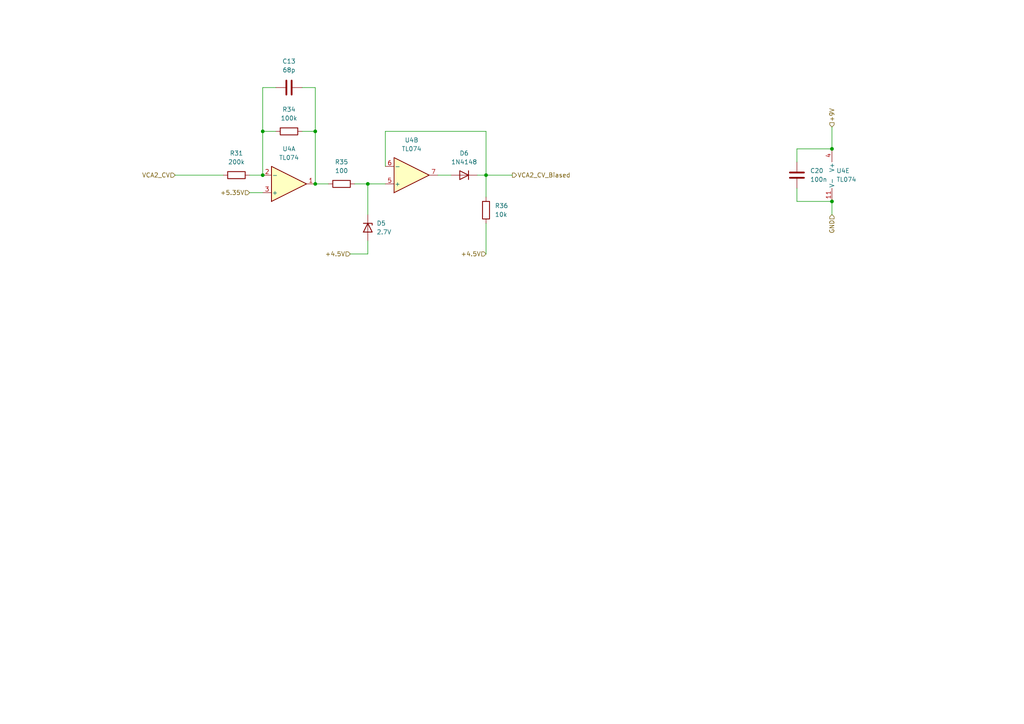
<source format=kicad_sch>
(kicad_sch (version 20211123) (generator eeschema)
  (paper "A4")
  (lib_symbols
    (symbol "Amplifier_Operational:TL074" (pin_names (offset 0.127))
      (property "Reference" "U" (at 0 5.08 0))
      (property "Value" "TL074" (at 0 -5.08 0))
      (symbol "TL074_1_1"
        (polyline (pts (xy -5.08 5.08) (xy 5.08 0) (xy -5.08 -5.08) (xy -5.08 5.08)) (stroke (width 0.254)) (fill (type background)))
        (pin output line (at 7.62 0 180) (length 2.54) (name "~") (number "1"))
        (pin input line (at -7.62 -2.54 0) (length 2.54) (name "-") (number "2"))
        (pin input line (at -7.62 2.54 0) (length 2.54) (name "+") (number "3"))
      )
      (symbol "TL074_2_1"
        (polyline (pts (xy -5.08 5.08) (xy 5.08 0) (xy -5.08 -5.08) (xy -5.08 5.08)) (stroke (width 0.254)) (fill (type background)))
        (pin input line (at -7.62 2.54 0) (length 2.54) (name "+") (number "5"))
        (pin input line (at -7.62 -2.54 0) (length 2.54) (name "-") (number "6"))
        (pin output line (at 7.62 0 180) (length 2.54) (name "~") (number "7"))
      )
      (symbol "TL074_3_1"
        (polyline (pts (xy -5.08 5.08) (xy 5.08 0) (xy -5.08 -5.08) (xy -5.08 5.08)) (stroke (width 0.254)) (fill (type background)))
        (pin input line (at -7.62 2.54 0) (length 2.54) (name "+") (number "10"))
        (pin output line (at 7.62 0 180) (length 2.54) (name "~") (number "8"))
        (pin input line (at -7.62 -2.54 0) (length 2.54) (name "-") (number "9"))
      )
      (symbol "TL074_4_1"
        (polyline (pts (xy -5.08 5.08) (xy 5.08 0) (xy -5.08 -5.08) (xy -5.08 5.08)) (stroke (width 0.254)) (fill (type background)))
        (pin input line (at -7.62 2.54 0) (length 2.54) (name "+") (number "12"))
        (pin input line (at -7.62 -2.54 0) (length 2.54) (name "-") (number "13"))
        (pin output line (at 7.62 0 180) (length 2.54) (name "~") (number "14"))
      )
      (symbol "TL074_5_1"
        (pin power_in line (at -2.54 -7.62 90) (length 3.81) (name "V-") (number "11"))
        (pin power_in line (at -2.54 7.62 270) (length 3.81) (name "V+") (number "4"))
      )
    )
    (symbol "Device:C" (pin_numbers hide) (pin_names (offset 0.254))
      (property "Reference" "C" (at 0.635 2.54 0))
      (property "Value" "C" (at 0.635 -2.54 0))
      (symbol "C_0_1"
        (polyline (pts (xy -2.032 -0.762) (xy 2.032 -0.762)) (stroke (width 0.508)))
        (polyline (pts (xy -2.032 0.762) (xy 2.032 0.762)) (stroke (width 0.508)))
      )
      (symbol "C_1_1"
        (pin passive line (at 0 3.81 270) (length 2.794) (name "~") (number "1"))
        (pin passive line (at 0 -3.81 90) (length 2.794) (name "~") (number "2"))
      )
    )
    (symbol "Device:D" (pin_numbers hide) (pin_names (offset 1.016) hide)
      (property "Reference" "D" (at 0 2.54 0))
      (property "Value" "D" (at 0 -2.54 0))
      (symbol "D_0_1"
        (polyline (pts (xy -1.27 1.27) (xy -1.27 -1.27)) (stroke (width 0.254)))
        (polyline (pts (xy 1.27 0) (xy -1.27 0)))
        (polyline (pts (xy 1.27 1.27) (xy 1.27 -1.27) (xy -1.27 0) (xy 1.27 1.27)) (stroke (width 0.254)))
      )
      (symbol "D_1_1"
        (pin passive line (at -3.81 0 0) (length 2.54) (name "K") (number "1"))
        (pin passive line (at 3.81 0 180) (length 2.54) (name "A") (number "2"))
      )
    )
    (symbol "Device:D_Zener" (pin_numbers hide) (pin_names (offset 1.016) hide)
      (property "Reference" "D" (at 0 2.54 0))
      (property "Value" "D_Zener" (at 0 -2.54 0))
      (symbol "D_Zener_0_1"
        (polyline (pts (xy 1.27 0) (xy -1.27 0)))
        (polyline (pts (xy -1.27 -1.27) (xy -1.27 1.27) (xy -0.762 1.27)) (stroke (width 0.254)))
        (polyline (pts (xy 1.27 -1.27) (xy 1.27 1.27) (xy -1.27 0) (xy 1.27 -1.27)) (stroke (width 0.254)))
      )
      (symbol "D_Zener_1_1"
        (pin passive line (at -3.81 0 0) (length 2.54) (name "K") (number "1"))
        (pin passive line (at 3.81 0 180) (length 2.54) (name "A") (number "2"))
      )
    )
    (symbol "Device:R" (pin_numbers hide) (pin_names (offset 0))
      (property "Reference" "R" (at 2.032 0 90))
      (property "Value" "R" (at 0 0 90))
      (symbol "R_0_1"
        (rectangle (start -1.016 -2.54) (end 1.016 2.54) (stroke (width 0.254)))
      )
      (symbol "R_1_1"
        (pin passive line (at 0 3.81 270) (length 1.27) (name "~") (number "1"))
        (pin passive line (at 0 -3.81 90) (length 1.27) (name "~") (number "2"))
      )
    )
  )
  (junction (at 241.3 43.18))
  (junction (at 140.97 50.8))
  (junction (at 91.44 53.34))
  (junction (at 76.2 38.1))
  (junction (at 91.44 38.1))
  (junction (at 106.68 53.34))
  (junction (at 76.2 50.8))
  (junction (at 241.3 58.42))
  (wire (pts (xy 72.39 50.8) (xy 76.2 50.8)))
  (wire (pts (xy 231.14 54.61) (xy 231.14 58.42)))
  (wire (pts (xy 140.97 50.8) (xy 140.97 38.1)))
  (wire (pts (xy 231.14 58.42) (xy 241.3 58.42)))
  (wire (pts (xy 140.97 64.77) (xy 140.97 73.66)))
  (wire (pts (xy 138.43 50.8) (xy 140.97 50.8)))
  (wire (pts (xy 72.39 55.88) (xy 76.2 55.88)))
  (wire (pts (xy 241.3 36.83) (xy 241.3 43.18)))
  (wire (pts (xy 106.68 53.34) (xy 106.68 62.23)))
  (wire (pts (xy 106.68 73.66) (xy 106.68 69.85)))
  (wire (pts (xy 87.63 25.4) (xy 91.44 25.4)))
  (wire (pts (xy 102.87 53.34) (xy 106.68 53.34)))
  (wire (pts (xy 127 50.8) (xy 130.81 50.8)))
  (wire (pts (xy 80.01 25.4) (xy 76.2 25.4)))
  (wire (pts (xy 50.8 50.8) (xy 64.77 50.8)))
  (wire (pts (xy 106.68 53.34) (xy 111.76 53.34)))
  (wire (pts (xy 140.97 50.8) (xy 140.97 57.15)))
  (wire (pts (xy 80.01 38.1) (xy 76.2 38.1)))
  (wire (pts (xy 140.97 50.8) (xy 148.59 50.8)))
  (wire (pts (xy 91.44 25.4) (xy 91.44 38.1)))
  (wire (pts (xy 111.76 38.1) (xy 111.76 48.26)))
  (wire (pts (xy 140.97 38.1) (xy 111.76 38.1)))
  (wire (pts (xy 241.3 58.42) (xy 241.3 62.23)))
  (wire (pts (xy 91.44 53.34) (xy 95.25 53.34)))
  (wire (pts (xy 241.3 43.18) (xy 231.14 43.18)))
  (wire (pts (xy 91.44 38.1) (xy 91.44 53.34)))
  (wire (pts (xy 76.2 38.1) (xy 76.2 50.8)))
  (wire (pts (xy 87.63 38.1) (xy 91.44 38.1)))
  (wire (pts (xy 231.14 43.18) (xy 231.14 46.99)))
  (wire (pts (xy 76.2 25.4) (xy 76.2 38.1)))
  (wire (pts (xy 101.6 73.66) (xy 106.68 73.66)))
  (hierarchical_label "+4.5V" (shape input) (at 140.97 73.66 180))
  (hierarchical_label "+5.35V" (shape input) (at 72.39 55.88 180))
  (hierarchical_label "+9V" (shape input) (at 241.3 36.83 90))
  (hierarchical_label "+4.5V" (shape input) (at 101.6 73.66 180))
  (hierarchical_label "VCA2_CV" (shape input) (at 50.8 50.8 180))
  (hierarchical_label "VCA2_CV_Biased" (shape output) (at 148.59 50.8 0))
  (hierarchical_label "GND" (shape input) (at 241.3 62.23 270))
  (symbol (lib_id "Device:C") (at 231.14 50.8 180) (unit 1)
    (property "Reference" "C20" (at 234.95 49.5299 0) (effects (justify right)))
    (property "Value" "100n" (at 234.95 52.0699 0) (effects (justify right)))
    (property "Footprint" "Capacitor_SMD:C_0603_1608Metric_Pad1.08x0.95mm_HandSolder" (effects hide))
    (property "LCSC" "C76711" (effects hide))
  )
  (symbol (lib_id "Device:R") (at 140.97 60.96 180) (unit 1)
    (property "Reference" "R36" (at 143.51 59.6899 0) (effects (justify right)))
    (property "Value" "10k" (at 143.51 62.2299 0) (effects (justify right)))
    (property "Footprint" "Resistor_SMD:R_0603_1608Metric_Pad0.98x0.95mm_HandSolder" (effects hide))
    (property "LCSC" "C25804" (effects hide))
  )
  (symbol (lib_id "Amplifier_Operational:TL074") (at 119.38 50.8 0) (mirror x) (unit 2)
    (property "Reference" "U4" (at 119.38 40.64 0))
    (property "Value" "TL074" (at 119.38 43.18 0))
    (property "Footprint" "Package_SO:SOIC-14_3.9x8.7mm_P1.27mm" (effects hide))
    (property "Datasheet" "http://www.ti.com/lit/ds/symlink/tl071.pdf" (effects hide))
    (property "LCSC" "C6963" (effects hide))
  )
  (symbol (lib_id "Device:D") (at 134.62 50.8 180) (unit 1)
    (property "Reference" "D6" (at 134.62 44.45 0))
    (property "Value" "1N4148" (at 134.62 46.99 0))
    (property "Footprint" "Diode_SMD:D_SOD-123" (effects hide))
    (property "LCSC" "C81598" (effects hide))
  )
  (symbol (lib_id "Device:D_Zener") (at 106.68 66.04 270) (unit 1)
    (property "Reference" "D5" (at 109.22 64.7699 90) (effects (justify left)))
    (property "Value" "2.7V" (at 109.22 67.3099 90) (effects (justify left)))
    (property "Footprint" "Diode_SMD:D_SOD-123" (effects hide))
    (property "LCSC" "C406712" (effects hide))
  )
  (symbol (lib_id "Amplifier_Operational:TL074") (at 83.82 53.34 0) (mirror x) (unit 1)
    (property "Reference" "U4" (at 83.82 43.18 0))
    (property "Value" "TL074" (at 83.82 45.72 0))
    (property "Footprint" "Package_SO:SOIC-14_3.9x8.7mm_P1.27mm" (effects hide))
    (property "Datasheet" "http://www.ti.com/lit/ds/symlink/tl071.pdf" (effects hide))
    (property "LCSC" "C6963" (effects hide))
  )
  (symbol (lib_id "Device:R") (at 68.58 50.8 90) (unit 1)
    (property "Reference" "R31" (at 68.58 44.45 90))
    (property "Value" "200k" (at 68.58 46.99 90))
    (property "Footprint" "Resistor_SMD:R_0603_1608Metric_Pad0.98x0.95mm_HandSolder" (effects hide))
    (property "LCSC" "C25811" (effects hide))
  )
  (symbol (lib_id "Amplifier_Operational:TL074") (at 243.84 50.8 0) (unit 5)
    (property "Reference" "U4" (at 242.57 49.5299 0) (effects (justify left)))
    (property "Value" "TL074" (at 242.57 52.0699 0) (effects (justify left)))
    (property "Footprint" "Package_SO:SOIC-14_3.9x8.7mm_P1.27mm" (effects hide))
    (property "Datasheet" "http://www.ti.com/lit/ds/symlink/tl071.pdf" (effects hide))
    (property "LCSC" "C6963" (effects hide))
  )
  (symbol (lib_id "Device:R") (at 83.82 38.1 90) (unit 1)
    (property "Reference" "R34" (at 83.82 31.75 90))
    (property "Value" "100k" (at 83.82 34.29 90))
    (property "Footprint" "Resistor_SMD:R_0603_1608Metric_Pad0.98x0.95mm_HandSolder" (effects hide))
    (property "LCSC" "C25803" (effects hide))
  )
  (symbol (lib_id "Device:C") (at 83.82 25.4 90) (unit 1)
    (property "Reference" "C13" (at 83.82 17.78 90))
    (property "Value" "68p" (at 83.82 20.32 90))
    (property "Footprint" "Capacitor_SMD:C_0603_1608Metric_Pad1.08x0.95mm_HandSolder" (effects hide))
    (property "LCSC" "C1680" (effects hide))
  )
  (symbol (lib_id "Device:R") (at 99.06 53.34 90) (unit 1)
    (property "Reference" "R35" (at 99.06 46.99 90))
    (property "Value" "100" (at 99.06 49.53 90))
    (property "Footprint" "Resistor_SMD:R_0603_1608Metric_Pad0.98x0.95mm_HandSolder" (effects hide))
    (property "LCSC" "C22775" (effects hide))
  )
)
</source>
